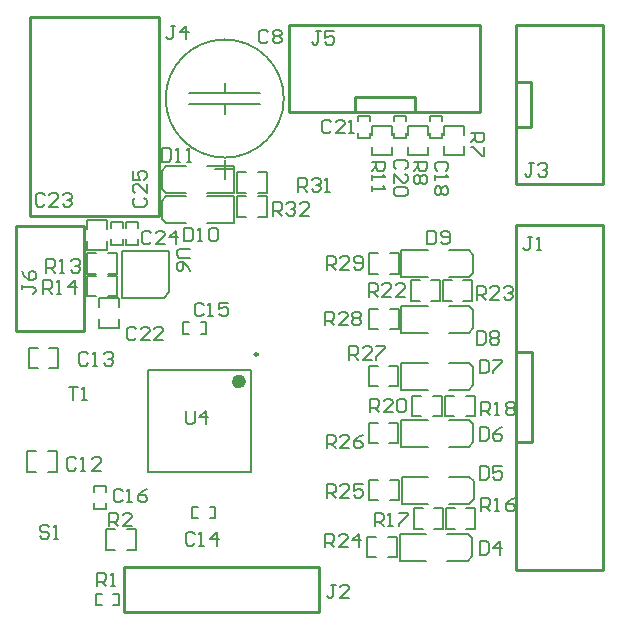
<source format=gto>
G04 Layer_Color=65535*
%FSAX24Y24*%
%MOIN*%
G70*
G01*
G75*
%ADD24C,0.0100*%
%ADD56C,0.0060*%
%ADD57C,0.0098*%
%ADD58C,0.0236*%
%ADD59C,0.0050*%
%ADD60C,0.0079*%
%ADD61C,0.0080*%
D24*
X026850Y015800D02*
X027400D01*
Y018800D01*
X026850D02*
X027400D01*
X029750Y011550D02*
Y023050D01*
X026850Y011550D02*
X029750D01*
X026850Y023050D02*
X029750D01*
X026850Y011550D02*
Y023050D01*
X013800Y010150D02*
X020300D01*
X013800D02*
Y011650D01*
X020300D01*
Y010150D02*
Y011650D01*
X025650Y026800D02*
Y029700D01*
X019300D02*
X025650D01*
X019300Y026800D02*
Y029700D01*
Y026800D02*
X025650D01*
X023500D02*
Y027300D01*
X021500D02*
X023500D01*
X021500Y026800D02*
Y027300D01*
X026850Y027800D02*
X027350D01*
Y026300D02*
Y027800D01*
X026850Y026300D02*
X027350D01*
X026850Y024400D02*
Y029700D01*
X029750D01*
Y024400D02*
Y029700D01*
X026850Y024400D02*
X029750D01*
X010650Y023331D02*
Y029981D01*
X014950D01*
Y023331D02*
Y029981D01*
X010650Y023331D02*
X014950D01*
X012450Y019494D02*
Y022994D01*
X010200Y019494D02*
X012450D01*
X010200D02*
Y022994D01*
X012450D01*
D56*
X019118Y027250D02*
G03*
X019118Y027250I-001969J000000D01*
G01*
X024397Y025923D02*
Y026100D01*
X024003Y025923D02*
X024397D01*
X024003D02*
Y026100D01*
Y026494D02*
Y026671D01*
X024397D01*
Y026494D02*
Y026671D01*
X023197Y025923D02*
Y026100D01*
X022803Y025923D02*
X023197D01*
X022803D02*
Y026100D01*
Y026494D02*
Y026671D01*
X023197D01*
Y026494D02*
Y026671D01*
X025135Y026047D02*
Y026342D01*
X024465D02*
X025135D01*
X024465Y026047D02*
Y026342D01*
Y025358D02*
Y025653D01*
Y025358D02*
X025135D01*
Y025653D01*
X023935Y026041D02*
Y026336D01*
X023265D02*
X023935D01*
X023265Y026041D02*
Y026336D01*
Y025352D02*
Y025647D01*
Y025352D02*
X023935D01*
Y025647D01*
X021997Y025923D02*
Y026100D01*
X021603Y025923D02*
X021997D01*
X021603D02*
Y026100D01*
Y026494D02*
Y026671D01*
X021997D01*
Y026494D02*
Y026671D01*
X013747Y022947D02*
Y023124D01*
X013353D02*
X013747D01*
X013353Y022947D02*
Y023124D01*
Y022376D02*
Y022553D01*
Y022376D02*
X013747D01*
Y022553D01*
X014247Y022947D02*
Y023124D01*
X013853D02*
X014247D01*
X013853Y022947D02*
Y023124D01*
Y022376D02*
Y022553D01*
Y022376D02*
X014247D01*
Y022553D01*
X021952Y018335D02*
X022247D01*
X021952Y017665D02*
Y018335D01*
Y017665D02*
X022247D01*
X022641D02*
X022936D01*
Y018335D01*
X022641D02*
X022936D01*
X021952Y016435D02*
X022247D01*
X021952Y015765D02*
Y016435D01*
Y015765D02*
X022247D01*
X022641D02*
X022936D01*
Y016435D01*
X022641D02*
X022936D01*
X021908Y012635D02*
X022203D01*
X021908Y011965D02*
Y012635D01*
Y011965D02*
X022203D01*
X022597D02*
X022892D01*
Y012635D01*
X022597D02*
X022892D01*
X025103Y020515D02*
X025398D01*
Y021185D01*
X025103D02*
X025398D01*
X024414D02*
X024709D01*
X024414Y020515D02*
Y021185D01*
Y020515D02*
X024709D01*
X023352Y021185D02*
X023647D01*
X023352Y020515D02*
Y021185D01*
Y020515D02*
X023647D01*
X024041D02*
X024336D01*
Y021185D01*
X024041D02*
X024336D01*
X023408Y017335D02*
X023703D01*
X023408Y016665D02*
Y017335D01*
Y016665D02*
X023703D01*
X024097D02*
X024392D01*
Y017335D01*
X024097D02*
X024392D01*
X012870Y010747D02*
X013047D01*
X012870Y010353D02*
Y010747D01*
Y010353D02*
X013047D01*
X013441D02*
X013618D01*
Y010747D01*
X013441D02*
X013618D01*
X016835Y024888D02*
X017465D01*
X017150Y024573D02*
Y025203D01*
X015969Y027053D02*
X018331D01*
X015969Y027447D02*
X018331D01*
X017150D02*
Y027762D01*
Y026738D02*
Y027053D01*
X012803Y014147D02*
Y014324D01*
X013197D01*
Y014147D02*
Y014324D01*
Y013576D02*
Y013753D01*
X012803Y013576D02*
X013197D01*
X012803D02*
Y013753D01*
X010558Y015485D02*
X010853D01*
X010558Y014815D02*
Y015485D01*
Y014815D02*
X010853D01*
X011247D02*
X011542D01*
Y015485D01*
X011247D02*
X011542D01*
X011303Y018265D02*
X011598D01*
Y018935D01*
X011303D02*
X011598D01*
X010614D02*
X010909D01*
X010614Y018265D02*
Y018935D01*
Y018265D02*
X010909D01*
X016644Y013253D02*
X016821D01*
Y013647D01*
X016644D02*
X016821D01*
X016073D02*
X016250D01*
X016073Y013253D02*
Y013647D01*
Y013253D02*
X016250D01*
X016344Y019403D02*
X016521D01*
Y019797D01*
X016344D02*
X016521D01*
X015773D02*
X015950D01*
X015773Y019403D02*
Y019797D01*
Y019403D02*
X015950D01*
X013891Y012215D02*
X014186D01*
Y012885D01*
X013891D02*
X014186D01*
X013202D02*
X013497D01*
X013202Y012215D02*
Y012885D01*
Y012215D02*
X013497D01*
X022735Y026041D02*
Y026336D01*
X022065D02*
X022735D01*
X022065Y026041D02*
Y026336D01*
Y025352D02*
Y025647D01*
Y025352D02*
X022735D01*
Y025647D01*
X025203Y012915D02*
X025498D01*
Y013585D01*
X025203D02*
X025498D01*
X024514D02*
X024809D01*
X024514Y012915D02*
Y013585D01*
Y012915D02*
X024809D01*
X023452Y013585D02*
X023747D01*
X023452Y012915D02*
Y013585D01*
Y012915D02*
X023747D01*
X024141D02*
X024436D01*
Y013585D01*
X024141D02*
X024436D01*
X025191Y016665D02*
X025486D01*
Y017335D01*
X025191D02*
X025486D01*
X024502D02*
X024797D01*
X024502Y016665D02*
Y017335D01*
Y016665D02*
X024797D01*
X021958Y014535D02*
X022253D01*
X021958Y013865D02*
Y014535D01*
Y013865D02*
X022253D01*
X022647D02*
X022942D01*
Y014535D01*
X022647D02*
X022942D01*
X021958Y020235D02*
X022253D01*
X021958Y019565D02*
Y020235D01*
Y019565D02*
X022253D01*
X022647D02*
X022942D01*
Y020235D01*
X022647D02*
X022942D01*
X021958Y022085D02*
X022253D01*
X021958Y021415D02*
Y022085D01*
Y021415D02*
X022253D01*
X022647D02*
X022942D01*
Y022085D01*
X022647D02*
X022942D01*
X012965Y019602D02*
Y019897D01*
Y019602D02*
X013635D01*
Y019897D01*
Y020291D02*
Y020586D01*
X012965D02*
X013635D01*
X012965Y020291D02*
Y020586D01*
X013235Y022903D02*
Y023198D01*
X012565D02*
X013235D01*
X012565Y022903D02*
Y023198D01*
Y022214D02*
Y022509D01*
Y022214D02*
X013235D01*
Y022509D01*
X013247Y022085D02*
X013542D01*
Y021415D02*
Y022085D01*
X013247Y021415D02*
X013542D01*
X012558D02*
X012853D01*
X012558D02*
Y022085D01*
X012853D01*
X013247Y021335D02*
X013542D01*
Y020665D02*
Y021335D01*
X013247Y020665D02*
X013542D01*
X012558D02*
X012853D01*
X012558D02*
Y021335D01*
X012853D01*
X018247Y024785D02*
X018542D01*
Y024115D02*
Y024785D01*
X018247Y024115D02*
X018542D01*
X017558D02*
X017853D01*
X017558D02*
Y024785D01*
X017853D01*
X018247Y023985D02*
X018542D01*
Y023315D02*
Y023985D01*
X018247Y023315D02*
X018542D01*
X017558D02*
X017853D01*
X017558D02*
Y023985D01*
X017853D01*
D57*
X018249Y018724D02*
G03*
X018249Y018724I-000049J000000D01*
G01*
D58*
X017737Y017819D02*
G03*
X017737Y017819I-000118J000000D01*
G01*
D59*
X015200Y025000D02*
X015875D01*
X017450Y024100D02*
Y025000D01*
X016575D02*
X017450D01*
X015200Y024100D02*
X015875D01*
X016575D02*
X017450D01*
X015050Y024250D02*
X015200Y024100D01*
X015050Y024250D02*
Y024850D01*
X015200Y025000D01*
Y024000D02*
X015875D01*
X017450Y023100D02*
Y024000D01*
X016575D02*
X017450D01*
X015200Y023100D02*
X015875D01*
X016575D02*
X017450D01*
X015050Y023250D02*
X015200Y023100D01*
X015050Y023250D02*
Y023850D01*
X015200Y024000D01*
X024575Y011850D02*
X025250D01*
X023000D02*
Y012750D01*
Y011850D02*
X023875D01*
X024575Y012750D02*
X025250D01*
X023000D02*
X023875D01*
X025250D02*
X025400Y012600D01*
Y012000D02*
Y012600D01*
X025250Y011850D02*
X025400Y012000D01*
X024619Y013750D02*
X025294D01*
X023044D02*
Y014650D01*
Y013750D02*
X023919D01*
X024619Y014650D02*
X025294D01*
X023044D02*
X023919D01*
X025294D02*
X025444Y014500D01*
Y013900D02*
Y014500D01*
X025294Y013750D02*
X025444Y013900D01*
X024613Y015650D02*
X025288D01*
X023038D02*
Y016550D01*
Y015650D02*
X023913D01*
X024613Y016550D02*
X025288D01*
X023038D02*
X023913D01*
X025288D02*
X025438Y016400D01*
Y015800D02*
Y016400D01*
X025288Y015650D02*
X025438Y015800D01*
X024613Y017550D02*
X025288D01*
X023038D02*
Y018450D01*
Y017550D02*
X023913D01*
X024613Y018450D02*
X025288D01*
X023038D02*
X023913D01*
X025288D02*
X025438Y018300D01*
Y017700D02*
Y018300D01*
X025288Y017550D02*
X025438Y017700D01*
X024613Y019450D02*
X025288D01*
X023038D02*
Y020350D01*
Y019450D02*
X023913D01*
X024613Y020350D02*
X025288D01*
X023038D02*
X023913D01*
X025288D02*
X025438Y020200D01*
Y019600D02*
Y020200D01*
X025288Y019450D02*
X025438Y019600D01*
X024613Y021300D02*
X025288D01*
X023038D02*
Y022200D01*
Y021300D02*
X023913D01*
X024613Y022200D02*
X025288D01*
X023038D02*
X023913D01*
X025288D02*
X025438Y022050D01*
Y021450D02*
Y022050D01*
X025288Y021300D02*
X025438Y021450D01*
D60*
X013731Y022171D02*
X015306D01*
X013731Y020596D02*
X015109D01*
X013731D02*
Y022171D01*
X015306Y020793D02*
Y022171D01*
X015109Y020596D02*
X015306Y020793D01*
X014587Y018213D02*
X018013D01*
X014587Y014787D02*
X018013D01*
Y018213D01*
X014587Y014787D02*
Y018213D01*
D61*
X021300Y018550D02*
Y019000D01*
X021525D01*
X021600Y018925D01*
Y018775D01*
X021525Y018700D01*
X021300D01*
X021450D02*
X021600Y018550D01*
X022050D02*
X021750D01*
X022050Y018850D01*
Y018925D01*
X021975Y019000D01*
X021825D01*
X021750Y018925D01*
X022200Y019000D02*
X022500D01*
Y018925D01*
X022200Y018625D01*
Y018550D01*
X020550Y015600D02*
Y016050D01*
X020775D01*
X020850Y015975D01*
Y015825D01*
X020775Y015750D01*
X020550D01*
X020700D02*
X020850Y015600D01*
X021300D02*
X021000D01*
X021300Y015900D01*
Y015975D01*
X021225Y016050D01*
X021075D01*
X021000Y015975D01*
X021750Y016050D02*
X021600Y015975D01*
X021450Y015825D01*
Y015675D01*
X021525Y015600D01*
X021675D01*
X021750Y015675D01*
Y015750D01*
X021675Y015825D01*
X021450D01*
X020500Y012300D02*
Y012750D01*
X020725D01*
X020800Y012675D01*
Y012525D01*
X020725Y012450D01*
X020500D01*
X020650D02*
X020800Y012300D01*
X021250D02*
X020950D01*
X021250Y012600D01*
Y012675D01*
X021175Y012750D01*
X021025D01*
X020950Y012675D01*
X021625Y012300D02*
Y012750D01*
X021400Y012525D01*
X021700D01*
X025550Y020550D02*
Y021000D01*
X025775D01*
X025850Y020925D01*
Y020775D01*
X025775Y020700D01*
X025550D01*
X025700D02*
X025850Y020550D01*
X026300D02*
X026000D01*
X026300Y020850D01*
Y020925D01*
X026225Y021000D01*
X026075D01*
X026000Y020925D01*
X026450D02*
X026525Y021000D01*
X026675D01*
X026750Y020925D01*
Y020850D01*
X026675Y020775D01*
X026600D01*
X026675D01*
X026750Y020700D01*
Y020625D01*
X026675Y020550D01*
X026525D01*
X026450Y020625D01*
X020700Y026475D02*
X020625Y026550D01*
X020475D01*
X020400Y026475D01*
Y026175D01*
X020475Y026100D01*
X020625D01*
X020700Y026175D01*
X021150Y026100D02*
X020850D01*
X021150Y026400D01*
Y026475D01*
X021075Y026550D01*
X020925D01*
X020850Y026475D01*
X021300Y026100D02*
X021450D01*
X021375D01*
Y026550D01*
X021300Y026475D01*
X023175Y024900D02*
X023250Y024975D01*
Y025125D01*
X023175Y025200D01*
X022875D01*
X022800Y025125D01*
Y024975D01*
X022875Y024900D01*
X022800Y024450D02*
Y024750D01*
X023100Y024450D01*
X023175D01*
X023250Y024525D01*
Y024675D01*
X023175Y024750D01*
Y024300D02*
X023250Y024225D01*
Y024075D01*
X023175Y024000D01*
X022875D01*
X022800Y024075D01*
Y024225D01*
X022875Y024300D01*
X023175D01*
X024525Y024850D02*
X024600Y024925D01*
Y025075D01*
X024525Y025150D01*
X024225D01*
X024150Y025075D01*
Y024925D01*
X024225Y024850D01*
X024150Y024700D02*
Y024550D01*
Y024625D01*
X024600D01*
X024525Y024700D01*
Y024325D02*
X024600Y024250D01*
Y024100D01*
X024525Y024025D01*
X024450D01*
X024375Y024100D01*
X024300Y024025D01*
X024225D01*
X024150Y024100D01*
Y024250D01*
X024225Y024325D01*
X024300D01*
X024375Y024250D01*
X024450Y024325D01*
X024525D01*
X024375Y024250D02*
Y024100D01*
X021950Y020650D02*
Y021100D01*
X022175D01*
X022250Y021025D01*
Y020875D01*
X022175Y020800D01*
X021950D01*
X022100D02*
X022250Y020650D01*
X022700D02*
X022400D01*
X022700Y020950D01*
Y021025D01*
X022625Y021100D01*
X022475D01*
X022400Y021025D01*
X023150Y020650D02*
X022850D01*
X023150Y020950D01*
Y021025D01*
X023075Y021100D01*
X022925D01*
X022850Y021025D01*
X022000Y016800D02*
Y017250D01*
X022225D01*
X022300Y017175D01*
Y017025D01*
X022225Y016950D01*
X022000D01*
X022150D02*
X022300Y016800D01*
X022750D02*
X022450D01*
X022750Y017100D01*
Y017175D01*
X022675Y017250D01*
X022525D01*
X022450Y017175D01*
X022900D02*
X022975Y017250D01*
X023125D01*
X023200Y017175D01*
Y016875D01*
X023125Y016800D01*
X022975D01*
X022900Y016875D01*
Y017175D01*
X023900Y022850D02*
Y022400D01*
X024125D01*
X024200Y022475D01*
Y022775D01*
X024125Y022850D01*
X023900D01*
X024350Y022475D02*
X024425Y022400D01*
X024575D01*
X024650Y022475D01*
Y022775D01*
X024575Y022850D01*
X024425D01*
X024350Y022775D01*
Y022700D01*
X024425Y022625D01*
X024650D01*
X025550Y019500D02*
Y019050D01*
X025775D01*
X025850Y019125D01*
Y019425D01*
X025775Y019500D01*
X025550D01*
X026000Y019425D02*
X026075Y019500D01*
X026225D01*
X026300Y019425D01*
Y019350D01*
X026225Y019275D01*
X026300Y019200D01*
Y019125D01*
X026225Y019050D01*
X026075D01*
X026000Y019125D01*
Y019200D01*
X026075Y019275D01*
X026000Y019350D01*
Y019425D01*
X026075Y019275D02*
X026225D01*
X025650Y018550D02*
Y018100D01*
X025875D01*
X025950Y018175D01*
Y018475D01*
X025875Y018550D01*
X025650D01*
X026100D02*
X026400D01*
Y018475D01*
X026100Y018175D01*
Y018100D01*
X025650Y016300D02*
Y015850D01*
X025875D01*
X025950Y015925D01*
Y016225D01*
X025875Y016300D01*
X025650D01*
X026400D02*
X026250Y016225D01*
X026100Y016075D01*
Y015925D01*
X026175Y015850D01*
X026325D01*
X026400Y015925D01*
Y016000D01*
X026325Y016075D01*
X026100D01*
X025650Y015000D02*
Y014550D01*
X025875D01*
X025950Y014625D01*
Y014925D01*
X025875Y015000D01*
X025650D01*
X026400D02*
X026100D01*
Y014775D01*
X026250Y014850D01*
X026325D01*
X026400Y014775D01*
Y014625D01*
X026325Y014550D01*
X026175D01*
X026100Y014625D01*
X025650Y012500D02*
Y012050D01*
X025875D01*
X025950Y012125D01*
Y012425D01*
X025875Y012500D01*
X025650D01*
X026325Y012050D02*
Y012500D01*
X026100Y012275D01*
X026400D01*
X020850Y011050D02*
X020700D01*
X020775D01*
Y010675D01*
X020700Y010600D01*
X020625D01*
X020550Y010675D01*
X021300Y010600D02*
X021000D01*
X021300Y010900D01*
Y010975D01*
X021225Y011050D01*
X021075D01*
X021000Y010975D01*
X020350Y029500D02*
X020200D01*
X020275D01*
Y029125D01*
X020200Y029050D01*
X020125D01*
X020050Y029125D01*
X020800Y029500D02*
X020500D01*
Y029275D01*
X020650Y029350D01*
X020725D01*
X020800Y029275D01*
Y029125D01*
X020725Y029050D01*
X020575D01*
X020500Y029125D01*
X027450Y025100D02*
X027300D01*
X027375D01*
Y024725D01*
X027300Y024650D01*
X027225D01*
X027150Y024725D01*
X027600Y025025D02*
X027675Y025100D01*
X027825D01*
X027900Y025025D01*
Y024950D01*
X027825Y024875D01*
X027750D01*
X027825D01*
X027900Y024800D01*
Y024725D01*
X027825Y024650D01*
X027675D01*
X027600Y024725D01*
X012897Y011000D02*
Y011450D01*
X013122D01*
X013197Y011375D01*
Y011225D01*
X013122Y011150D01*
X012897D01*
X013047D02*
X013197Y011000D01*
X013347D02*
X013497D01*
X013422D01*
Y011450D01*
X013347Y011375D01*
X018600Y029475D02*
X018525Y029550D01*
X018375D01*
X018300Y029475D01*
Y029175D01*
X018375Y029100D01*
X018525D01*
X018600Y029175D01*
X018750Y029475D02*
X018825Y029550D01*
X018975D01*
X019050Y029475D01*
Y029400D01*
X018975Y029325D01*
X019050Y029250D01*
Y029175D01*
X018975Y029100D01*
X018825D01*
X018750Y029175D01*
Y029250D01*
X018825Y029325D01*
X018750Y029400D01*
Y029475D01*
X018825Y029325D02*
X018975D01*
X010400Y021050D02*
Y020900D01*
Y020975D01*
X010775D01*
X010850Y020900D01*
Y020825D01*
X010775Y020750D01*
X010400Y021500D02*
X010475Y021350D01*
X010625Y021200D01*
X010775D01*
X010850Y021275D01*
Y021425D01*
X010775Y021500D01*
X010700D01*
X010625Y021425D01*
Y021200D01*
X013750Y014175D02*
X013675Y014250D01*
X013525D01*
X013450Y014175D01*
Y013875D01*
X013525Y013800D01*
X013675D01*
X013750Y013875D01*
X013900Y013800D02*
X014050D01*
X013975D01*
Y014250D01*
X013900Y014175D01*
X014575Y014250D02*
X014425Y014175D01*
X014275Y014025D01*
Y013875D01*
X014350Y013800D01*
X014500D01*
X014575Y013875D01*
Y013950D01*
X014500Y014025D01*
X014275D01*
X012200Y015225D02*
X012125Y015300D01*
X011975D01*
X011900Y015225D01*
Y014925D01*
X011975Y014850D01*
X012125D01*
X012200Y014925D01*
X012350Y014850D02*
X012500D01*
X012425D01*
Y015300D01*
X012350Y015225D01*
X013025Y014850D02*
X012725D01*
X013025Y015150D01*
Y015225D01*
X012950Y015300D01*
X012800D01*
X012725Y015225D01*
X012600Y018725D02*
X012525Y018800D01*
X012375D01*
X012300Y018725D01*
Y018425D01*
X012375Y018350D01*
X012525D01*
X012600Y018425D01*
X012750Y018350D02*
X012900D01*
X012825D01*
Y018800D01*
X012750Y018725D01*
X013125D02*
X013200Y018800D01*
X013350D01*
X013425Y018725D01*
Y018650D01*
X013350Y018575D01*
X013275D01*
X013350D01*
X013425Y018500D01*
Y018425D01*
X013350Y018350D01*
X013200D01*
X013125Y018425D01*
X016150Y012725D02*
X016075Y012800D01*
X015925D01*
X015850Y012725D01*
Y012425D01*
X015925Y012350D01*
X016075D01*
X016150Y012425D01*
X016300Y012350D02*
X016450D01*
X016375D01*
Y012800D01*
X016300Y012725D01*
X016900Y012350D02*
Y012800D01*
X016675Y012575D01*
X016975D01*
X016450Y020375D02*
X016375Y020450D01*
X016225D01*
X016150Y020375D01*
Y020075D01*
X016225Y020000D01*
X016375D01*
X016450Y020075D01*
X016600Y020000D02*
X016750D01*
X016675D01*
Y020450D01*
X016600Y020375D01*
X017275Y020450D02*
X016975D01*
Y020225D01*
X017125Y020300D01*
X017200D01*
X017275Y020225D01*
Y020075D01*
X017200Y020000D01*
X017050D01*
X016975Y020075D01*
X027400Y022650D02*
X027250D01*
X027325D01*
Y022275D01*
X027250Y022200D01*
X027175D01*
X027100Y022275D01*
X027550Y022200D02*
X027700D01*
X027625D01*
Y022650D01*
X027550Y022575D01*
X013294Y013000D02*
Y013450D01*
X013519D01*
X013594Y013375D01*
Y013225D01*
X013519Y013150D01*
X013294D01*
X013444D02*
X013594Y013000D01*
X014044D02*
X013744D01*
X014044Y013300D01*
Y013375D01*
X013969Y013450D01*
X013819D01*
X013744Y013375D01*
X025350Y026100D02*
X025800D01*
Y025875D01*
X025725Y025800D01*
X025575D01*
X025500Y025875D01*
Y026100D01*
Y025950D02*
X025350Y025800D01*
X025800Y025650D02*
Y025350D01*
X025725D01*
X025425Y025650D01*
X025350D01*
X023450Y025150D02*
X023900D01*
Y024925D01*
X023825Y024850D01*
X023675D01*
X023600Y024925D01*
Y025150D01*
Y025000D02*
X023450Y024850D01*
X023825Y024700D02*
X023900Y024625D01*
Y024475D01*
X023825Y024400D01*
X023750D01*
X023675Y024475D01*
X023600Y024400D01*
X023525D01*
X023450Y024475D01*
Y024625D01*
X023525Y024700D01*
X023600D01*
X023675Y024625D01*
X023750Y024700D01*
X023825D01*
X023675Y024625D02*
Y024475D01*
X022050Y025150D02*
X022500D01*
Y024925D01*
X022425Y024850D01*
X022275D01*
X022200Y024925D01*
Y025150D01*
Y025000D02*
X022050Y024850D01*
Y024700D02*
Y024550D01*
Y024625D01*
X022500D01*
X022425Y024700D01*
X022050Y024325D02*
Y024175D01*
Y024250D01*
X022500D01*
X022425Y024325D01*
X025700Y013500D02*
Y013950D01*
X025925D01*
X026000Y013875D01*
Y013725D01*
X025925Y013650D01*
X025700D01*
X025850D02*
X026000Y013500D01*
X026150D02*
X026300D01*
X026225D01*
Y013950D01*
X026150Y013875D01*
X026825Y013950D02*
X026675Y013875D01*
X026525Y013725D01*
Y013575D01*
X026600Y013500D01*
X026750D01*
X026825Y013575D01*
Y013650D01*
X026750Y013725D01*
X026525D01*
X022150Y013000D02*
Y013450D01*
X022375D01*
X022450Y013375D01*
Y013225D01*
X022375Y013150D01*
X022150D01*
X022300D02*
X022450Y013000D01*
X022600D02*
X022750D01*
X022675D01*
Y013450D01*
X022600Y013375D01*
X022975Y013450D02*
X023275D01*
Y013375D01*
X022975Y013075D01*
Y013000D01*
X025700Y016700D02*
Y017150D01*
X025925D01*
X026000Y017075D01*
Y016925D01*
X025925Y016850D01*
X025700D01*
X025850D02*
X026000Y016700D01*
X026150D02*
X026300D01*
X026225D01*
Y017150D01*
X026150Y017075D01*
X026525D02*
X026600Y017150D01*
X026750D01*
X026825Y017075D01*
Y017000D01*
X026750Y016925D01*
X026825Y016850D01*
Y016775D01*
X026750Y016700D01*
X026600D01*
X026525Y016775D01*
Y016850D01*
X026600Y016925D01*
X026525Y017000D01*
Y017075D01*
X026600Y016925D02*
X026750D01*
X020550Y013950D02*
Y014400D01*
X020775D01*
X020850Y014325D01*
Y014175D01*
X020775Y014100D01*
X020550D01*
X020700D02*
X020850Y013950D01*
X021300D02*
X021000D01*
X021300Y014250D01*
Y014325D01*
X021225Y014400D01*
X021075D01*
X021000Y014325D01*
X021750Y014400D02*
X021450D01*
Y014175D01*
X021600Y014250D01*
X021675D01*
X021750Y014175D01*
Y014025D01*
X021675Y013950D01*
X021525D01*
X021450Y014025D01*
X020500Y019700D02*
Y020150D01*
X020725D01*
X020800Y020075D01*
Y019925D01*
X020725Y019850D01*
X020500D01*
X020650D02*
X020800Y019700D01*
X021250D02*
X020950D01*
X021250Y020000D01*
Y020075D01*
X021175Y020150D01*
X021025D01*
X020950Y020075D01*
X021400D02*
X021475Y020150D01*
X021625D01*
X021700Y020075D01*
Y020000D01*
X021625Y019925D01*
X021700Y019850D01*
Y019775D01*
X021625Y019700D01*
X021475D01*
X021400Y019775D01*
Y019850D01*
X021475Y019925D01*
X021400Y020000D01*
Y020075D01*
X021475Y019925D02*
X021625D01*
X020550Y021550D02*
Y022000D01*
X020775D01*
X020850Y021925D01*
Y021775D01*
X020775Y021700D01*
X020550D01*
X020700D02*
X020850Y021550D01*
X021300D02*
X021000D01*
X021300Y021850D01*
Y021925D01*
X021225Y022000D01*
X021075D01*
X021000Y021925D01*
X021450Y021625D02*
X021525Y021550D01*
X021675D01*
X021750Y021625D01*
Y021925D01*
X021675Y022000D01*
X021525D01*
X021450Y021925D01*
Y021850D01*
X021525Y021775D01*
X021750D01*
X011300Y012958D02*
X011225Y013033D01*
X011075D01*
X011000Y012958D01*
Y012883D01*
X011075Y012808D01*
X011225D01*
X011300Y012733D01*
Y012658D01*
X011225Y012583D01*
X011075D01*
X011000Y012658D01*
X011450Y012583D02*
X011600D01*
X011525D01*
Y013033D01*
X011450Y012958D01*
X011950Y017650D02*
X012250D01*
X012100D01*
Y017200D01*
X012400D02*
X012550D01*
X012475D01*
Y017650D01*
X012400Y017575D01*
X015850Y016850D02*
Y016475D01*
X015925Y016400D01*
X016075D01*
X016150Y016475D01*
Y016850D01*
X016525Y016400D02*
Y016850D01*
X016300Y016625D01*
X016600D01*
X015500Y029681D02*
X015350D01*
X015425D01*
Y029306D01*
X015350Y029231D01*
X015275D01*
X015200Y029306D01*
X015875Y029231D02*
Y029681D01*
X015650Y029456D01*
X015950D01*
X014200Y019575D02*
X014125Y019650D01*
X013975D01*
X013900Y019575D01*
Y019275D01*
X013975Y019200D01*
X014125D01*
X014200Y019275D01*
X014650Y019200D02*
X014350D01*
X014650Y019500D01*
Y019575D01*
X014575Y019650D01*
X014425D01*
X014350Y019575D01*
X015100Y019200D02*
X014800D01*
X015100Y019500D01*
Y019575D01*
X015025Y019650D01*
X014875D01*
X014800Y019575D01*
X011150Y024025D02*
X011075Y024100D01*
X010925D01*
X010850Y024025D01*
Y023725D01*
X010925Y023650D01*
X011075D01*
X011150Y023725D01*
X011600Y023650D02*
X011300D01*
X011600Y023950D01*
Y024025D01*
X011525Y024100D01*
X011375D01*
X011300Y024025D01*
X011750D02*
X011825Y024100D01*
X011975D01*
X012050Y024025D01*
Y023950D01*
X011975Y023875D01*
X011900D01*
X011975D01*
X012050Y023800D01*
Y023725D01*
X011975Y023650D01*
X011825D01*
X011750Y023725D01*
X014700Y022775D02*
X014625Y022850D01*
X014475D01*
X014400Y022775D01*
Y022475D01*
X014475Y022400D01*
X014625D01*
X014700Y022475D01*
X015150Y022400D02*
X014850D01*
X015150Y022700D01*
Y022775D01*
X015075Y022850D01*
X014925D01*
X014850Y022775D01*
X015525Y022400D02*
Y022850D01*
X015300Y022625D01*
X015600D01*
X014175Y023950D02*
X014100Y023875D01*
Y023725D01*
X014175Y023650D01*
X014475D01*
X014550Y023725D01*
Y023875D01*
X014475Y023950D01*
X014550Y024400D02*
Y024100D01*
X014250Y024400D01*
X014175D01*
X014100Y024325D01*
Y024175D01*
X014175Y024100D01*
X014100Y024850D02*
Y024550D01*
X014325D01*
X014250Y024700D01*
Y024775D01*
X014325Y024850D01*
X014475D01*
X014550Y024775D01*
Y024625D01*
X014475Y024550D01*
X015800Y022950D02*
Y022500D01*
X016025D01*
X016100Y022575D01*
Y022875D01*
X016025Y022950D01*
X015800D01*
X016250Y022500D02*
X016400D01*
X016325D01*
Y022950D01*
X016250Y022875D01*
X016625D02*
X016700Y022950D01*
X016850D01*
X016925Y022875D01*
Y022575D01*
X016850Y022500D01*
X016700D01*
X016625Y022575D01*
Y022875D01*
X015062Y025600D02*
Y025150D01*
X015287D01*
X015362Y025225D01*
Y025525D01*
X015287Y025600D01*
X015062D01*
X015512Y025150D02*
X015662D01*
X015587D01*
Y025600D01*
X015512Y025525D01*
X015887Y025150D02*
X016036D01*
X015962D01*
Y025600D01*
X015887Y025525D01*
X011200Y021450D02*
Y021900D01*
X011425D01*
X011500Y021825D01*
Y021675D01*
X011425Y021600D01*
X011200D01*
X011350D02*
X011500Y021450D01*
X011650D02*
X011800D01*
X011725D01*
Y021900D01*
X011650Y021825D01*
X012025D02*
X012100Y021900D01*
X012250D01*
X012325Y021825D01*
Y021750D01*
X012250Y021675D01*
X012175D01*
X012250D01*
X012325Y021600D01*
Y021525D01*
X012250Y021450D01*
X012100D01*
X012025Y021525D01*
X011100Y020750D02*
Y021200D01*
X011325D01*
X011400Y021125D01*
Y020975D01*
X011325Y020900D01*
X011100D01*
X011250D02*
X011400Y020750D01*
X011550D02*
X011700D01*
X011625D01*
Y021200D01*
X011550Y021125D01*
X012150Y020750D02*
Y021200D01*
X011925Y020975D01*
X012225D01*
X019600Y024150D02*
Y024600D01*
X019825D01*
X019900Y024525D01*
Y024375D01*
X019825Y024300D01*
X019600D01*
X019750D02*
X019900Y024150D01*
X020050Y024525D02*
X020125Y024600D01*
X020275D01*
X020350Y024525D01*
Y024450D01*
X020275Y024375D01*
X020200D01*
X020275D01*
X020350Y024300D01*
Y024225D01*
X020275Y024150D01*
X020125D01*
X020050Y024225D01*
X020500Y024150D02*
X020650D01*
X020575D01*
Y024600D01*
X020500Y024525D01*
X018756Y023350D02*
Y023800D01*
X018981D01*
X019056Y023725D01*
Y023575D01*
X018981Y023500D01*
X018756D01*
X018906D02*
X019056Y023350D01*
X019206Y023725D02*
X019281Y023800D01*
X019431D01*
X019506Y023725D01*
Y023650D01*
X019431Y023575D01*
X019356D01*
X019431D01*
X019506Y023500D01*
Y023425D01*
X019431Y023350D01*
X019281D01*
X019206Y023425D01*
X019956Y023350D02*
X019656D01*
X019956Y023650D01*
Y023725D01*
X019881Y023800D01*
X019731D01*
X019656Y023725D01*
X016000Y022250D02*
X015625D01*
X015550Y022175D01*
Y022025D01*
X015625Y021950D01*
X016000D01*
Y021500D02*
X015925Y021650D01*
X015775Y021800D01*
X015625D01*
X015550Y021725D01*
Y021575D01*
X015625Y021500D01*
X015700D01*
X015775Y021575D01*
Y021800D01*
M02*

</source>
